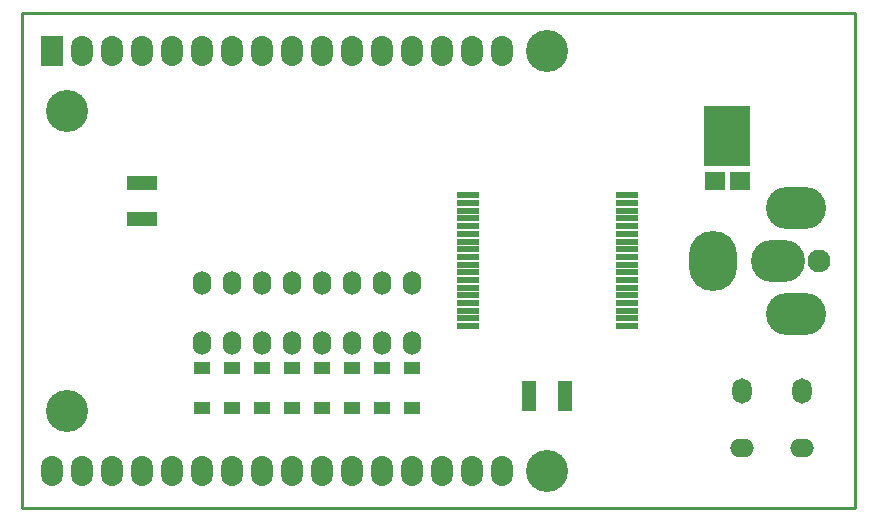
<source format=gbs>
G04 #@! TF.GenerationSoftware,KiCad,Pcbnew,no-vcs-found-0633d90~59~ubuntu16.04.1*
G04 #@! TF.CreationDate,2017-07-14T14:52:39-04:00*
G04 #@! TF.ProjectId,power_switch_controller_3x2,706F7765725F7377697463685F636F6E,1.1*
G04 #@! TF.SameCoordinates,Original
G04 #@! TF.FileFunction,Soldermask,Bot*
G04 #@! TF.FilePolarity,Negative*
%FSLAX46Y46*%
G04 Gerber Fmt 4.6, Leading zero omitted, Abs format (unit mm)*
G04 Created by KiCad (PCBNEW no-vcs-found-0633d90~59~ubuntu16.04.1) date Fri Jul 14 14:52:39 2017*
%MOMM*%
%LPD*%
G01*
G04 APERTURE LIST*
%ADD10C,0.228600*%
%ADD11R,1.403200X1.103200*%
%ADD12C,3.556000*%
%ADD13O,1.854200X2.540000*%
%ADD14R,1.854200X2.540000*%
%ADD15R,2.540000X1.270000*%
%ADD16R,1.270000X2.540000*%
%ADD17R,4.000000X5.160000*%
%ADD18R,1.800000X1.640000*%
%ADD19O,2.032000X1.524000*%
%ADD20O,1.524000X2.032000*%
%ADD21C,1.930400*%
%ADD22O,4.572000X3.556000*%
%ADD23O,4.064000X5.080000*%
%ADD24O,5.080000X3.556000*%
%ADD25O,1.651000X2.159000*%
%ADD26R,1.930000X0.550000*%
G04 APERTURE END LIST*
D10*
X156210000Y-67945000D02*
X85725000Y-67945000D01*
X156210000Y-109855000D02*
X156210000Y-67945000D01*
X85725000Y-109855000D02*
X156210000Y-109855000D01*
X85725000Y-67945000D02*
X85725000Y-109855000D01*
D11*
X118745000Y-97995000D03*
X118745000Y-101395000D03*
X116205000Y-97995000D03*
X116205000Y-101395000D03*
X113665000Y-97995000D03*
X113665000Y-101395000D03*
X111125000Y-97995000D03*
X111125000Y-101395000D03*
X108585000Y-97995000D03*
X108585000Y-101395000D03*
X106045000Y-97995000D03*
X106045000Y-101395000D03*
X103505000Y-97995000D03*
X103505000Y-101395000D03*
X100965000Y-97995000D03*
X100965000Y-101395000D03*
D12*
X130175000Y-71120000D03*
X130175000Y-106680000D03*
X89535000Y-101600000D03*
X89535000Y-76200000D03*
D13*
X88265000Y-106680000D03*
X90805000Y-106680000D03*
X93345000Y-106680000D03*
X95885000Y-106680000D03*
X98425000Y-106680000D03*
X100965000Y-106680000D03*
X103505000Y-106680000D03*
X106045000Y-106680000D03*
X108585000Y-106680000D03*
X111125000Y-106680000D03*
X113665000Y-106680000D03*
X116205000Y-106680000D03*
X118745000Y-106680000D03*
X121285000Y-106680000D03*
X123825000Y-106680000D03*
X126365000Y-106680000D03*
X126365000Y-71120000D03*
X123825000Y-71120000D03*
X121285000Y-71120000D03*
X118745000Y-71120000D03*
X116205000Y-71120000D03*
X113665000Y-71120000D03*
X111125000Y-71120000D03*
X108585000Y-71120000D03*
X106045000Y-71120000D03*
X103505000Y-71120000D03*
X100965000Y-71120000D03*
X98425000Y-71120000D03*
X95885000Y-71120000D03*
D14*
X88265000Y-71120000D03*
D13*
X93345000Y-71120000D03*
X90805000Y-71120000D03*
D15*
X95885000Y-82296000D03*
X95885000Y-85344000D03*
D16*
X131699000Y-100330000D03*
X128651000Y-100330000D03*
D17*
X145415000Y-78355000D03*
D18*
X144350000Y-82155000D03*
X146480000Y-82155000D03*
D19*
X146685000Y-104775000D03*
X151765000Y-104775000D03*
D20*
X118745000Y-90805000D03*
X118745000Y-95885000D03*
X116205000Y-95885000D03*
X116205000Y-90805000D03*
X113665000Y-90805000D03*
X113665000Y-95885000D03*
X111125000Y-95885000D03*
X111125000Y-90805000D03*
X108585000Y-90805000D03*
X108585000Y-95885000D03*
X106045000Y-95885000D03*
X106045000Y-90805000D03*
X103505000Y-90805000D03*
X103505000Y-95885000D03*
X100965000Y-95885000D03*
X100965000Y-90805000D03*
D21*
X153212800Y-88900000D03*
D22*
X149707600Y-88900000D03*
D23*
X144221200Y-88900000D03*
D24*
X151206200Y-84404200D03*
X151206200Y-93395800D03*
D25*
X151765000Y-99974400D03*
X146685000Y-99974400D03*
D26*
X136915000Y-83375000D03*
X136915000Y-84025000D03*
X136915000Y-84675000D03*
X136915000Y-85325000D03*
X136915000Y-85975000D03*
X136915000Y-86625000D03*
X136915000Y-87275000D03*
X136915000Y-87925000D03*
X136915000Y-88575000D03*
X136915000Y-89225000D03*
X136915000Y-89875000D03*
X136915000Y-90525000D03*
X136915000Y-91175000D03*
X136915000Y-91825000D03*
X136915000Y-92475000D03*
X136915000Y-93125000D03*
X136915000Y-93775000D03*
X136915000Y-94425000D03*
X123435000Y-94425000D03*
X123435000Y-93775000D03*
X123435000Y-93125000D03*
X123435000Y-92475000D03*
X123435000Y-91825000D03*
X123435000Y-91175000D03*
X123435000Y-90525000D03*
X123435000Y-89875000D03*
X123435000Y-89225000D03*
X123435000Y-88575000D03*
X123435000Y-87925000D03*
X123435000Y-87275000D03*
X123435000Y-86625000D03*
X123435000Y-85975000D03*
X123435000Y-85325000D03*
X123435000Y-84675000D03*
X123435000Y-84025000D03*
X123435000Y-83375000D03*
M02*

</source>
